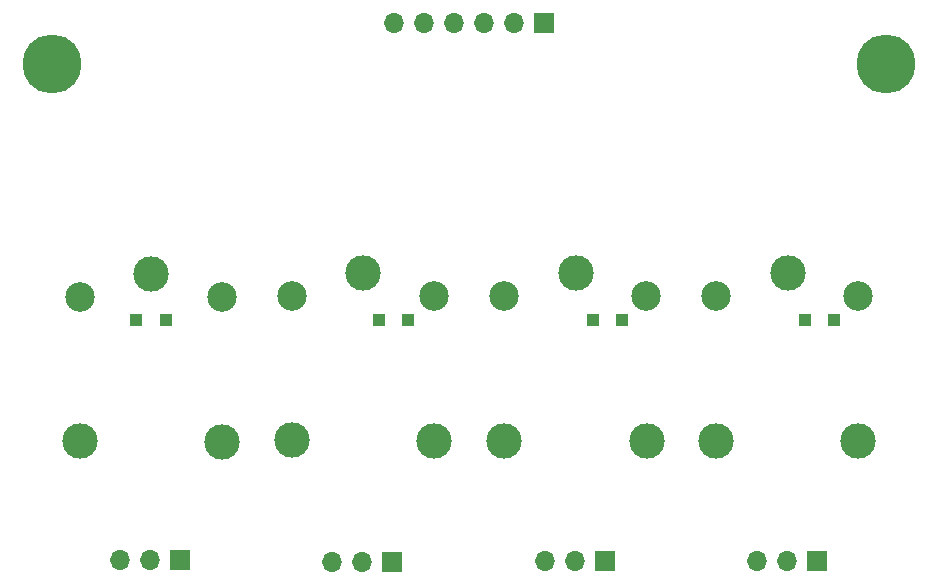
<source format=gbs>
G04 #@! TF.GenerationSoftware,KiCad,Pcbnew,7.0.11-2.fc39*
G04 #@! TF.CreationDate,2024-06-06T09:07:33+02:00*
G04 #@! TF.ProjectId,four_relays_extension,666f7572-5f72-4656-9c61-79735f657874,1.0*
G04 #@! TF.SameCoordinates,Original*
G04 #@! TF.FileFunction,Soldermask,Bot*
G04 #@! TF.FilePolarity,Negative*
%FSLAX46Y46*%
G04 Gerber Fmt 4.6, Leading zero omitted, Abs format (unit mm)*
G04 Created by KiCad (PCBNEW 7.0.11-2.fc39) date 2024-06-06 09:07:33*
%MOMM*%
%LPD*%
G01*
G04 APERTURE LIST*
%ADD10C,3.000000*%
%ADD11C,2.500000*%
%ADD12O,5.000000X5.000000*%
%ADD13R,1.700000X1.700000*%
%ADD14O,1.700000X1.700000*%
%ADD15O,0.100000X0.100000*%
%ADD16R,1.000000X1.000000*%
G04 APERTURE END LIST*
D10*
X150322000Y-74250000D03*
D11*
X144272000Y-76200000D03*
D10*
X144272000Y-88400000D03*
X156322000Y-88450000D03*
D11*
X156272000Y-76200000D03*
D12*
X176631600Y-56489600D03*
D13*
X134772400Y-98679000D03*
D14*
X132232400Y-98679000D03*
X129692400Y-98679000D03*
D10*
X114381000Y-74319000D03*
D11*
X108331000Y-76269000D03*
D10*
X108331000Y-88469000D03*
X120381000Y-88519000D03*
D11*
X120331000Y-76269000D03*
D10*
X168254400Y-74250000D03*
D11*
X162204400Y-76200000D03*
D10*
X162204400Y-88400000D03*
X174254400Y-88450000D03*
D11*
X174204400Y-76200000D03*
D15*
X105968800Y-98501200D03*
D13*
X147675600Y-53086000D03*
D14*
X145135600Y-53086000D03*
X142595600Y-53086000D03*
X140055600Y-53086000D03*
X137515600Y-53086000D03*
X134975600Y-53086000D03*
D10*
X132338800Y-74242000D03*
D11*
X126288800Y-76192000D03*
D10*
X126288800Y-88392000D03*
X138338800Y-88442000D03*
D11*
X138288800Y-76192000D03*
D15*
X176631600Y-98602800D03*
D13*
X116840000Y-98552000D03*
D14*
X114300000Y-98552000D03*
X111760000Y-98552000D03*
D13*
X170789600Y-98602800D03*
D14*
X168249600Y-98602800D03*
X165709600Y-98602800D03*
D12*
X105968800Y-56489600D03*
D13*
X152806400Y-98602800D03*
D14*
X150266400Y-98602800D03*
X147726400Y-98602800D03*
D16*
X115606200Y-78181200D03*
X113106200Y-78181200D03*
X154279600Y-78181200D03*
X151779600Y-78181200D03*
X172212000Y-78181200D03*
X169712000Y-78181200D03*
X136144000Y-78181200D03*
X133644000Y-78181200D03*
M02*

</source>
